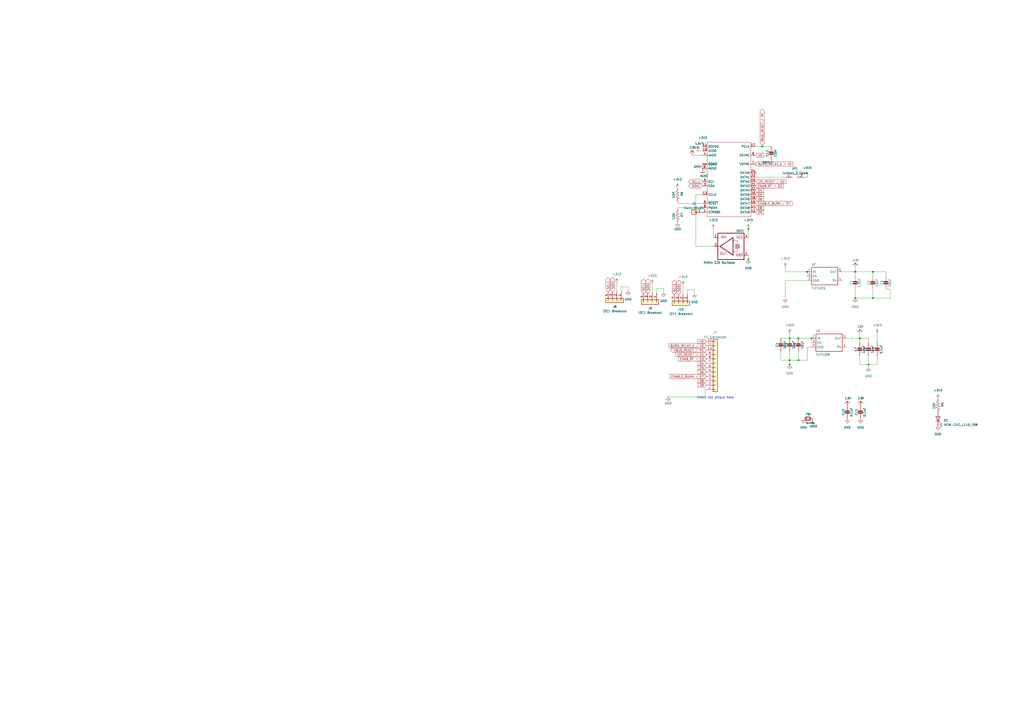
<source format=kicad_sch>
(kicad_sch (version 20230121) (generator eeschema)
  (paper "A2")
  (lib_symbols
    (symbol "Adafruit OV5640 Breakout-eagle-import:1.5V" (power)
      (property "Value" "1.5V" (at -1.524 1.016 0))
      (symbol "1.5V_1_0"
        (polyline (pts (xy -1.27 -1.27) (xy 0 0)) (stroke (width 0.254)))
        (polyline (pts (xy 0 0) (xy 1.27 -1.27)) (stroke (width 0.254)))
        (pin power_in line (at 0 -2.54 90) (length 2.54) (name "1.5V") (number "1"))
      )
    )
    (symbol "Adafruit OV5640 Breakout-eagle-import:2.8V" (power)
      (property "Value" "2.8V" (at -1.524 1.016 0))
      (symbol "2.8V_1_0"
        (polyline (pts (xy -1.27 -1.27) (xy 0 0)) (stroke (width 0.254)))
        (polyline (pts (xy 0 0) (xy 1.27 -1.27)) (stroke (width 0.254)))
        (pin power_in line (at 0 -2.54 90) (length 2.54) (name "2.8V") (number "1"))
      )
    )
    (symbol "Adafruit OV5640 Breakout-eagle-import:AGND" (power)
      (property "Value" "AGND" (at -1.524 -2.54 0))
      (symbol "AGND_1_0"
        (polyline (pts (xy -1.27 0) (xy 1.27 0)) (stroke (width 0.254)))
        (pin power_in line (at 0 2.54 270) (length 2.54) (name "AGND") (number "1"))
      )
    )
    (symbol "Adafruit OV5640 Breakout-eagle-import:CAMERA_OV2640"
      (symbol "CAMERA_OV2640_1_0"
        (polyline (pts (xy -12.7 -20.32) (xy -12.7 22.86)) (stroke (width 0.1524)))
        (polyline (pts (xy -12.7 22.86) (xy 12.7 22.86)) (stroke (width 0.1524)))
        (polyline (pts (xy 12.7 -20.32) (xy -12.7 -20.32)) (stroke (width 0.1524)))
        (polyline (pts (xy 12.7 22.86) (xy 12.7 -20.32)) (stroke (width 0.1524)))
        (pin input line (at -15.24 -17.78 0) (length 2.54) (name "STROBE") (number "1"))
        (pin power_in line (at -15.24 17.78 0) (length 2.54) (name "DVDD") (number "10"))
        (pin power_in line (at -15.24 20.32 0) (length 2.54) (name "DOVDD") (number "11"))
        (pin output line (at 15.24 -17.78 180) (length 2.54) (name "DATA9") (number "12"))
        (pin input line (at -15.24 -7.62 0) (length 2.54) (name "XCLK") (number "13"))
        (pin output line (at 15.24 -15.24 180) (length 2.54) (name "DATA8") (number "14"))
        (pin power_in line (at -15.24 10.16 0) (length 2.54) (name "DGND") (number "15"))
        (pin output line (at 15.24 -12.7 180) (length 2.54) (name "DATA7") (number "16"))
        (pin output line (at 15.24 20.32 180) (length 2.54) (name "PCLK") (number "17"))
        (pin output line (at 15.24 -10.16 180) (length 2.54) (name "DATA6") (number "18"))
        (pin output line (at 15.24 0 180) (length 2.54) (name "DATA2") (number "19"))
        (pin power_in line (at -15.24 7.62 0) (length 2.54) (name "AGND") (number "2"))
        (pin output line (at 15.24 -7.62 180) (length 2.54) (name "DATA5") (number "20"))
        (pin output line (at 15.24 -2.54 180) (length 2.54) (name "DATA3") (number "21"))
        (pin output line (at 15.24 -5.08 180) (length 2.54) (name "DATA4") (number "22"))
        (pin output line (at 15.24 2.54 180) (length 2.54) (name "DATA1") (number "23"))
        (pin output line (at 15.24 5.08 180) (length 2.54) (name "DATA0") (number "24"))
        (pin bidirectional line (at -15.24 -2.54 0) (length 2.54) (name "SDA") (number "3"))
        (pin power_in line (at -15.24 15.24 0) (length 2.54) (name "AVDD") (number "4"))
        (pin bidirectional line (at -15.24 0 0) (length 2.54) (name "SCL") (number "5"))
        (pin input line (at -15.24 -12.7 0) (length 2.54) (name "~{RESET}") (number "6"))
        (pin output line (at 15.24 10.16 180) (length 2.54) (name "VSYNC") (number "7"))
        (pin input line (at -15.24 -15.24 0) (length 2.54) (name "PWDN") (number "8"))
        (pin output line (at 15.24 15.24 180) (length 2.54) (name "HSYNC") (number "9"))
        (pin power_in line (at -15.24 10.16 0) (length 2.54) (name "DGND") (number "SPRT1"))
        (pin power_in line (at -15.24 10.16 0) (length 2.54) (name "DGND") (number "SPRT2"))
      )
    )
    (symbol "Adafruit OV5640 Breakout-eagle-import:CAP_CERAMIC0603_NO"
      (property "Reference" "C" (at -2.29 1.25 90))
      (symbol "CAP_CERAMIC0603_NO_1_0"
        (rectangle (start -1.27 0.508) (end 1.27 1.016) (fill (type outline)))
        (rectangle (start -1.27 1.524) (end 1.27 2.032) (fill (type outline)))
        (polyline (pts (xy 0 0.762) (xy 0 0)) (stroke (width 0.1524)))
        (polyline (pts (xy 0 2.54) (xy 0 1.778)) (stroke (width 0.1524)))
        (pin passive line (at 0 5.08 270) (length 2.54) (name "1") (number "1"))
        (pin passive line (at 0 -2.54 90) (length 2.54) (name "2") (number "2"))
      )
    )
    (symbol "Adafruit OV5640 Breakout-eagle-import:CAP_CERAMIC0805-NOOUTLINE"
      (property "Reference" "C" (at -2.29 1.25 90))
      (symbol "CAP_CERAMIC0805-NOOUTLINE_1_0"
        (rectangle (start -1.27 0.508) (end 1.27 1.016) (fill (type outline)))
        (rectangle (start -1.27 1.524) (end 1.27 2.032) (fill (type outline)))
        (polyline (pts (xy 0 0.762) (xy 0 0)) (stroke (width 0.1524)))
        (polyline (pts (xy 0 2.54) (xy 0 1.778)) (stroke (width 0.1524)))
        (pin passive line (at 0 5.08 270) (length 2.54) (name "1") (number "1"))
        (pin passive line (at 0 -2.54 90) (length 2.54) (name "2") (number "2"))
      )
    )
    (symbol "Adafruit OV5640 Breakout-eagle-import:FERRITE-0603NO"
      (property "Reference" "FB" (at -1.27 1.905 0))
      (symbol "FERRITE-0603NO_1_0"
        (polyline (pts (xy -1.27 -0.9525) (xy -1.27 0.9525)) (stroke (width 0.4064)))
        (polyline (pts (xy -1.27 0.9525) (xy 1.27 0.9525)) (stroke (width 0.4064)))
        (polyline (pts (xy 1.27 -0.9525) (xy -1.27 -0.9525)) (stroke (width 0.4064)))
        (polyline (pts (xy 1.27 0.9525) (xy 1.27 -0.9525)) (stroke (width 0.4064)))
        (pin passive line (at -2.54 0 0) (length 2.54) (name "P$1") (number "1"))
        (pin passive line (at 2.54 0 180) (length 2.54) (name "P$2") (number "2"))
      )
    )
    (symbol "Adafruit OV5640 Breakout-eagle-import:OSCILLATOR3.2X2.5"
      (property "Reference" "OSC" (at -7.62 8.255 0))
      (symbol "OSCILLATOR3.2X2.5_1_0"
        (polyline (pts (xy -7.62 7.62) (xy -7.62 -7.62)) (stroke (width 0.4064)))
        (polyline (pts (xy -7.62 7.62) (xy 7.62 7.62)) (stroke (width 0.4064)))
        (polyline (pts (xy -5.08 -1.016) (xy -3.81 -1.016)) (stroke (width 0.254)))
        (polyline (pts (xy -5.08 1.016) (xy -2.54 1.016)) (stroke (width 0.254)))
        (polyline (pts (xy -4.826 -0.381) (xy -4.826 0.381)) (stroke (width 0.254)))
        (polyline (pts (xy -4.826 -0.381) (xy -2.794 -0.381)) (stroke (width 0.254)))
        (polyline (pts (xy -4.826 0.381) (xy -2.794 0.381)) (stroke (width 0.254)))
        (polyline (pts (xy -3.81 -3.175) (xy -3.81 -1.016)) (stroke (width 0.1524)))
        (polyline (pts (xy -3.81 -3.175) (xy -1.27 -3.175)) (stroke (width 0.1524)))
        (polyline (pts (xy -3.81 -1.016) (xy -2.54 -1.016)) (stroke (width 0.254)))
        (polyline (pts (xy -3.81 1.016) (xy -3.81 3.175)) (stroke (width 0.1524)))
        (polyline (pts (xy -3.81 3.175) (xy -1.27 3.175)) (stroke (width 0.1524)))
        (polyline (pts (xy -2.794 0.381) (xy -2.794 -0.381)) (stroke (width 0.254)))
        (polyline (pts (xy -1.27 -5.08) (xy -1.27 -3.175)) (stroke (width 0.4064)))
        (polyline (pts (xy -1.27 -3.175) (xy -1.27 3.175)) (stroke (width 0.4064)))
        (polyline (pts (xy -1.27 3.175) (xy -1.27 5.08)) (stroke (width 0.4064)))
        (polyline (pts (xy -1.27 5.08) (xy 6.35 0)) (stroke (width 0.4064)))
        (polyline (pts (xy 6.35 0) (xy -1.27 -5.08)) (stroke (width 0.4064)))
        (polyline (pts (xy 6.35 0) (xy 7.62 0)) (stroke (width 0.1524)))
        (polyline (pts (xy 7.62 -7.62) (xy -7.62 -7.62)) (stroke (width 0.4064)))
        (polyline (pts (xy 7.62 -7.62) (xy 7.62 0)) (stroke (width 0.4064)))
        (polyline (pts (xy 7.62 0) (xy 7.62 7.62)) (stroke (width 0.4064)))
        (text "GND" (at -6.985 -5.842 0) (effects (font (size 1.524 1.2954)) (justify left bottom)))
        (text "INH" (at 2.54 4.445 0) (effects (font (size 1.524 1.2954)) (justify left bottom)))
        (text "OUT" (at 2.54 -5.08 0) (effects (font (size 1.524 1.2954)) (justify left bottom)))
        (text "VCC" (at -6.985 4.318 0) (effects (font (size 1.524 1.2954)) (justify left bottom)))
        (pin bidirectional line (at 10.16 5.08 180) (length 2.54) (name "INH") (number "1"))
        (pin power_in line (at -10.16 -5.08 0) (length 2.54) (name "GND") (number "2"))
        (pin output line (at 10.16 0 180) (length 2.54) (name "OUT") (number "3"))
        (pin power_in line (at -10.16 5.08 0) (length 2.54) (name "VCC") (number "4"))
      )
    )
    (symbol "Adafruit OV5640 Breakout-eagle-import:VREG_SOT23-5"
      (property "Reference" "U" (at -7.62 6.096 0))
      (symbol "VREG_SOT23-5_1_0"
        (polyline (pts (xy -7.62 -5.08) (xy -7.62 5.08)) (stroke (width 0.254)))
        (polyline (pts (xy -7.62 5.08) (xy 7.62 5.08)) (stroke (width 0.254)))
        (polyline (pts (xy 7.62 -5.08) (xy -7.62 -5.08)) (stroke (width 0.254)))
        (polyline (pts (xy 7.62 5.08) (xy 7.62 -5.08)) (stroke (width 0.254)))
        (pin power_in line (at -10.16 2.54 0) (length 2.54) (name "IN") (number "1"))
        (pin power_in line (at -10.16 -2.54 0) (length 2.54) (name "GND") (number "2"))
        (pin input line (at -10.16 0 0) (length 2.54) (name "EN") (number "3"))
        (pin bidirectional line (at 10.16 -2.54 180) (length 2.54) (name "P4") (number "4"))
        (pin power_in line (at 10.16 2.54 180) (length 2.54) (name "OUT") (number "5"))
      )
    )
    (symbol "Connector_Generic:Conn_01x01" (pin_names (offset 1.016) hide)
      (property "Reference" "J" (at 0 2.54 0))
      (property "Value" "Conn_01x01" (at 0 -2.54 0))
      (symbol "Conn_01x01_1_1"
        (rectangle (start -1.27 0.127) (end 0 -0.127) (stroke (width 0.1524)))
        (rectangle (start -1.27 1.27) (end 1.27 -1.27) (stroke (width 0.254)) (fill (type background)))
        (pin passive line (at -5.08 0 0) (length 3.81) (name "Pin_1") (number "1"))
      )
    )
    (symbol "Connector_Generic:Conn_01x04" (pin_names (offset 1.016) hide)
      (property "Reference" "J" (at 0 5.08 0))
      (property "Value" "Conn_01x04" (at 0 -7.62 0))
      (symbol "Conn_01x04_1_1"
        (rectangle (start -1.27 -4.953) (end 0 -5.207) (stroke (width 0.1524)))
        (rectangle (start -1.27 -2.413) (end 0 -2.667) (stroke (width 0.1524)))
        (rectangle (start -1.27 0.127) (end 0 -0.127) (stroke (width 0.1524)))
        (rectangle (start -1.27 2.667) (end 0 2.413) (stroke (width 0.1524)))
        (rectangle (start -1.27 3.81) (end 1.27 -6.35) (stroke (width 0.254)) (fill (type background)))
        (pin passive line (at -5.08 2.54 0) (length 3.81) (name "Pin_1") (number "1"))
        (pin passive line (at -5.08 0 0) (length 3.81) (name "Pin_2") (number "2"))
        (pin passive line (at -5.08 -2.54 0) (length 3.81) (name "Pin_3") (number "3"))
        (pin passive line (at -5.08 -5.08 0) (length 3.81) (name "Pin_4") (number "4"))
      )
    )
    (symbol "Connector_Generic:Conn_01x12" (pin_names (offset 1.016) hide)
      (property "Reference" "J" (at 0 15.24 0))
      (property "Value" "Conn_01x12" (at 0 -17.78 0))
      (symbol "Conn_01x12_1_1"
        (rectangle (start -1.27 -15.113) (end 0 -15.367) (stroke (width 0.1524)))
        (rectangle (start -1.27 -12.573) (end 0 -12.827) (stroke (width 0.1524)))
        (rectangle (start -1.27 -10.033) (end 0 -10.287) (stroke (width 0.1524)))
        (rectangle (start -1.27 -7.493) (end 0 -7.747) (stroke (width 0.1524)))
        (rectangle (start -1.27 -4.953) (end 0 -5.207) (stroke (width 0.1524)))
        (rectangle (start -1.27 -2.413) (end 0 -2.667) (stroke (width 0.1524)))
        (rectangle (start -1.27 0.127) (end 0 -0.127) (stroke (width 0.1524)))
        (rectangle (start -1.27 2.667) (end 0 2.413) (stroke (width 0.1524)))
        (rectangle (start -1.27 5.207) (end 0 4.953) (stroke (width 0.1524)))
        (rectangle (start -1.27 7.747) (end 0 7.493) (stroke (width 0.1524)))
        (rectangle (start -1.27 10.287) (end 0 10.033) (stroke (width 0.1524)))
        (rectangle (start -1.27 12.827) (end 0 12.573) (stroke (width 0.1524)))
        (rectangle (start -1.27 13.97) (end 1.27 -16.51) (stroke (width 0.254)) (fill (type background)))
        (pin passive line (at -5.08 12.7 0) (length 3.81) (name "Pin_1") (number "1"))
        (pin passive line (at -5.08 -10.16 0) (length 3.81) (name "Pin_10") (number "10"))
        (pin passive line (at -5.08 -12.7 0) (length 3.81) (name "Pin_11") (number "11"))
        (pin passive line (at -5.08 -15.24 0) (length 3.81) (name "Pin_12") (number "12"))
        (pin passive line (at -5.08 10.16 0) (length 3.81) (name "Pin_2") (number "2"))
        (pin passive line (at -5.08 7.62 0) (length 3.81) (name "Pin_3") (number "3"))
        (pin passive line (at -5.08 5.08 0) (length 3.81) (name "Pin_4") (number "4"))
        (pin passive line (at -5.08 2.54 0) (length 3.81) (name "Pin_5") (number "5"))
        (pin passive line (at -5.08 0 0) (length 3.81) (name "Pin_6") (number "6"))
        (pin passive line (at -5.08 -2.54 0) (length 3.81) (name "Pin_7") (number "7"))
        (pin passive line (at -5.08 -5.08 0) (length 3.81) (name "Pin_8") (number "8"))
        (pin passive line (at -5.08 -7.62 0) (length 3.81) (name "Pin_9") (number "9"))
      )
    )
    (symbol "Device:R_US" (pin_numbers hide) (pin_names (offset 0))
      (property "Reference" "R" (at 2.54 0 90))
      (property "Value" "R_US" (at -2.54 0 90))
      (symbol "R_US_0_1"
        (polyline (pts (xy 0 -2.286) (xy 0 -2.54)))
        (polyline (pts (xy 0 2.286) (xy 0 2.54)))
        (polyline (pts (xy 0 -0.762) (xy 1.016 -1.143) (xy 0 -1.524) (xy -1.016 -1.905) (xy 0 -2.286)))
        (polyline (pts (xy 0 0.762) (xy 1.016 0.381) (xy 0 0) (xy -1.016 -0.381) (xy 0 -0.762)))
        (polyline (pts (xy 0 2.286) (xy 1.016 1.905) (xy 0 1.524) (xy -1.016 1.143) (xy 0 0.762)))
      )
      (symbol "R_US_1_1"
        (pin passive line (at 0 3.81 270) (length 1.27) (name "~") (number "1"))
        (pin passive line (at 0 -3.81 90) (length 1.27) (name "~") (number "2"))
      )
    )
    (symbol "Jumper:Jumper_2_Open" (pin_names (offset 0) hide)
      (property "Reference" "JP" (at 0 2.794 0))
      (property "Value" "Jumper_2_Open" (at 0 -2.286 0))
      (symbol "Jumper_2_Open_0_0"
        (circle (center -2.032 0) (radius 0.508))
        (circle (center 2.032 0) (radius 0.508))
      )
      (symbol "Jumper_2_Open_0_1"
        (arc (start 1.524 1.27) (mid 0 1.778) (end -1.524 1.27))
      )
      (symbol "Jumper_2_Open_1_1"
        (pin passive line (at -5.08 0 0) (length 2.54) (name "A") (number "1"))
        (pin passive line (at 5.08 0 180) (length 2.54) (name "B") (number "2"))
      )
    )
    (symbol "LED:IR26-21C_L110_TR8" (pin_numbers hide) (pin_names (offset 1.016) hide)
      (property "Reference" "D" (at 0 2.54 0))
      (property "Value" "IR26-21C_L110_TR8" (at 0 -3.81 0))
      (symbol "IR26-21C_L110_TR8_0_1"
        (polyline (pts (xy -1.27 -1.27) (xy -1.27 1.27)) (stroke (width 0.254)))
        (polyline (pts (xy -1.27 0) (xy 1.27 0)))
        (polyline (pts (xy 1.27 -1.27) (xy 1.27 1.27) (xy -1.27 0) (xy 1.27 -1.27)) (stroke (width 0.254)))
        (polyline (pts (xy -3.048 -0.762) (xy -4.572 -2.286) (xy -3.81 -2.286) (xy -4.572 -2.286) (xy -4.572 -1.524)))
        (polyline (pts (xy -1.778 -0.762) (xy -3.302 -2.286) (xy -2.54 -2.286) (xy -3.302 -2.286) (xy -3.302 -1.524)))
      )
      (symbol "IR26-21C_L110_TR8_1_1"
        (pin passive line (at -3.81 0 0) (length 2.54) (name "K") (number "1"))
        (pin passive line (at 3.81 0 180) (length 2.54) (name "A") (number "2"))
      )
    )
    (symbol "power:+3V3" (power) (pin_names (offset 0))
      (property "Value" "+3V3" (at 0 3.556 0))
      (symbol "+3V3_0_1"
        (polyline (pts (xy -0.762 1.27) (xy 0 2.54)))
        (polyline (pts (xy 0 0) (xy 0 2.54)))
        (polyline (pts (xy 0 2.54) (xy 0.762 1.27)))
      )
      (symbol "+3V3_1_1"
        (pin power_in line (at 0 0 90) (length 0) hide (name "+3V3") (number "1"))
      )
    )
    (symbol "power:GND" (power) (pin_names (offset 0))
      (property "Value" "GND" (at 0 -3.81 0))
      (symbol "GND_0_1"
        (polyline (pts (xy 0 0) (xy 0 -1.27) (xy 1.27 -1.27) (xy 0 -2.54) (xy -1.27 -1.27) (xy 0 -1.27)))
      )
      (symbol "GND_1_1"
        (pin power_in line (at 0 0 270) (length 0) hide (name "GND") (number "1"))
      )
    )
  )
  (junction (at 506.3236 157.6578))
  (junction (at 470.7636 196.2404))
  (junction (at 463.1436 196.2404))
  (junction (at 434.1368 132.7658))
  (junction (at 458.0636 208.9404))
  (junction (at 503.7836 211.4804))
  (junction (at 434.1368 150.4696))
  (junction (at 458.0636 211.455))
  (junction (at 463.1436 208.9404))
  (junction (at 458.0636 196.2404))
  (junction (at 468.2236 157.6578))
  (junction (at 498.7036 196.2404))
  (junction (at 496.1636 172.8978))
  (junction (at 506.3236 172.8978))
  (junction (at 442.1632 84.963))
  (junction (at 496.1636 157.6578))
  (no_connect (at 438.1246 100.2284))
  (wire (pts (xy 498.7036 211.4804) (xy 503.7836 211.4804)) (stroke (width 0.1524)))
  (wire (pts (xy 463.1436 208.9404) (xy 458.0636 208.9404)) (stroke (width 0.1524)))
  (wire (pts (xy 413.8168 142.9004) (xy 403.6822 142.9004)))
  (wire (pts (xy 513.9436 160.1978) (xy 513.9436 157.6578)) (stroke (width 0.1524)))
  (wire (pts (xy 496.1636 157.6578) (xy 496.1636 155.1178)) (stroke (width 0.1524)))
  (wire (pts (xy 503.7836 196.2404) (xy 498.7036 196.2404)) (stroke (width 0.1524)))
  (wire (pts (xy 458.0636 208.9404) (xy 458.0636 211.455)) (stroke (width 0.1524)))
  (wire (pts (xy 468.1982 102.4636) (xy 468.1982 102.7684)))
  (wire (pts (xy 516.4836 172.8978) (xy 516.4836 167.8178)) (stroke (width 0.1524)))
  (wire (pts (xy 447.4464 84.9884) (xy 442.1632 84.963)))
  (wire (pts (xy 438.1246 102.7684) (xy 455.9808 102.7684)))
  (wire (pts (xy 506.3236 172.8978) (xy 506.3236 167.8178)) (stroke (width 0.1524)))
  (wire (pts (xy 455.5236 155.1178) (xy 455.5236 157.6578)) (stroke (width 0.1524)))
  (wire (pts (xy 468.1982 102.7684) (xy 466.1408 102.7684)))
  (wire (pts (xy 396.24 165.7096) (xy 396.24 170.7896)))
  (wire (pts (xy 458.0636 193.7004) (xy 458.0636 196.2404)) (stroke (width 0.1524)))
  (wire (pts (xy 470.7636 196.2404) (xy 463.1436 196.2404)) (stroke (width 0.1524)))
  (wire (pts (xy 508.8636 206.4004) (xy 508.8636 211.4804)) (stroke (width 0.1524)))
  (wire (pts (xy 458.0636 208.9404) (xy 458.0636 203.8604)) (stroke (width 0.1524)))
  (wire (pts (xy 393.065 120.5484) (xy 407.6446 120.5484)))
  (wire (pts (xy 408.9908 230.0986) (xy 408.9908 225.9838)))
  (wire (pts (xy 378.333 165.0492) (xy 378.333 170.1292)))
  (wire (pts (xy 496.1636 157.6578) (xy 496.1636 160.1978)) (stroke (width 0.1524)))
  (wire (pts (xy 503.7836 211.4804) (xy 508.8636 211.4804)) (stroke (width 0.1524)))
  (wire (pts (xy 408.9908 225.9838) (xy 409.8036 225.9838)))
  (wire (pts (xy 463.1436 203.8604) (xy 463.1436 208.9404)) (stroke (width 0.1524)))
  (wire (pts (xy 403.6822 142.9004) (xy 403.6822 112.9284)))
  (wire (pts (xy 434.1368 132.7658) (xy 434.1368 132.7404)) (stroke (width 0.1524)))
  (wire (pts (xy 508.8636 193.7004) (xy 508.8636 198.7804)) (stroke (width 0.1524)))
  (wire (pts (xy 401.4724 89.7382) (xy 401.4724 90.0684)))
  (wire (pts (xy 458.0636 208.9404) (xy 452.9836 208.9404)) (stroke (width 0.1524)))
  (wire (pts (xy 496.1636 172.8978) (xy 506.3236 172.8978)) (stroke (width 0.1524)))
  (wire (pts (xy 498.7036 196.2404) (xy 498.7036 193.7004)) (stroke (width 0.1524)))
  (wire (pts (xy 463.1436 196.2404) (xy 458.0636 196.2404)) (stroke (width 0.1524)))
  (wire (pts (xy 498.7036 196.2404) (xy 498.7036 198.7804)) (stroke (width 0.1524)))
  (wire (pts (xy 442.1632 84.963) (xy 438.1246 84.9884)))
  (wire (pts (xy 503.7836 198.7804) (xy 503.7836 196.2404)) (stroke (width 0.1524)))
  (wire (pts (xy 468.2236 201.3204) (xy 468.2236 208.9404)) (stroke (width 0.1524)))
  (wire (pts (xy 364.4138 166.4208) (xy 364.4138 168.5798)))
  (wire (pts (xy 491.0836 196.2404) (xy 498.7036 196.2404)) (stroke (width 0.1524)))
  (wire (pts (xy 455.5236 162.7378) (xy 455.5236 172.8978)) (stroke (width 0.1524)))
  (wire (pts (xy 506.3236 172.8978) (xy 516.4836 172.8978)) (stroke (width 0.1524)))
  (wire (pts (xy 380.873 170.1292) (xy 380.873 167.3352)))
  (wire (pts (xy 434.1368 150.4696) (xy 434.1368 150.5204)) (stroke (width 0.1524)))
  (wire (pts (xy 470.7636 201.3204) (xy 468.2236 201.3204)) (stroke (width 0.1524)))
  (wire (pts (xy 458.0636 196.2404) (xy 452.9836 196.2404)) (stroke (width 0.1524)))
  (wire (pts (xy 498.7036 206.4004) (xy 498.7036 211.4804)) (stroke (width 0.1524)))
  (wire (pts (xy 407.6446 90.0684) (xy 401.4724 90.0684)))
  (wire (pts (xy 468.2236 157.6578) (xy 455.5236 157.6578)) (stroke (width 0.1524)))
  (wire (pts (xy 468.2236 160.1978) (xy 468.2236 157.6578)) (stroke (width 0.1524)))
  (wire (pts (xy 403.6822 112.9284) (xy 407.6446 112.9284)))
  (wire (pts (xy 360.3498 169.2148) (xy 360.3498 166.4208)))
  (wire (pts (xy 452.9836 208.9404) (xy 452.9836 203.8604)) (stroke (width 0.1524)))
  (wire (pts (xy 506.3236 157.6578) (xy 496.1636 157.6578)) (stroke (width 0.1524)))
  (wire (pts (xy 496.1636 167.8178) (xy 496.1636 172.8978)) (stroke (width 0.1524)))
  (wire (pts (xy 506.3236 160.1978) (xy 506.3236 157.6578)) (stroke (width 0.1524)))
  (wire (pts (xy 404.6728 87.5284) (xy 407.6446 87.5284)))
  (wire (pts (xy 398.78 170.7896) (xy 398.78 167.9956)))
  (wire (pts (xy 357.8098 164.1348) (xy 357.8098 169.2148)))
  (wire (pts (xy 470.7636 198.7804) (xy 470.7636 196.2404)) (stroke (width 0.1524)))
  (wire (pts (xy 468.2236 208.9404) (xy 463.1436 208.9404)) (stroke (width 0.1524)))
  (wire (pts (xy 488.5436 157.6578) (xy 496.1636 157.6578)) (stroke (width 0.1524)))
  (wire (pts (xy 407.6446 118.0084) (xy 392.9888 118.0084)))
  (wire (pts (xy 393.065 121.3866) (xy 393.065 120.5484)))
  (wire (pts (xy 513.9436 157.6578) (xy 506.3236 157.6578)) (stroke (width 0.1524)))
  (wire (pts (xy 387.6548 230.0986) (xy 408.9908 230.0986)))
  (wire (pts (xy 398.78 167.9956) (xy 402.844 167.9956)))
  (wire (pts (xy 384.937 167.3352) (xy 384.937 169.4942)))
  (wire (pts (xy 380.873 167.3352) (xy 384.937 167.3352)))
  (wire (pts (xy 516.4836 167.8178) (xy 513.9436 167.8178)) (stroke (width 0.1524)))
  (wire (pts (xy 402.844 167.9956) (xy 402.844 170.1546)))
  (wire (pts (xy 392.9888 118.0084) (xy 392.9888 116.7892)))
  (wire (pts (xy 442.1632 84.201) (xy 442.1632 84.963)))
  (wire (pts (xy 360.3498 166.4208) (xy 364.4138 166.4208)))
  (wire (pts (xy 434.1368 137.8204) (xy 434.1368 132.7658)) (stroke (width 0.1524)))
  (wire (pts (xy 468.2236 162.7378) (xy 455.5236 162.7378)) (stroke (width 0.1524)))
  (wire (pts (xy 434.1368 147.9804) (xy 434.1368 150.4696)) (stroke (width 0.1524)))
  (wire (pts (xy 503.7836 213.0552) (xy 503.7836 211.4804)))
  (wire (pts (xy 503.7836 211.4804) (xy 503.7836 206.4004)) (stroke (width 0.1524)))
  (wire (pts (xy 413.8168 132.7404) (xy 413.8168 137.8204)) (stroke (width 0.1524)))
  (wire (pts (xy 458.0636 211.455) (xy 458.0636 211.4804)) (stroke (width 0.1524)))
  (wire (pts (xy 447.4464 85.0392) (xy 447.4464 84.9884)))
  (text "check the pinout here\n" (at 404.2156 231.4448 0) (effects (font (size 1.27 1.27)) (justify left bottom)))
  (global_label "VBUS_RESET {slash} PC" (shape bidirectional) (at 442.1632 84.201 90) (property "Intersheetrefs" "${INTERSHEET_REFS}" (effects hide)))
  (global_label "D9" (shape input) (at 409.8036 223.4438 180) (property "Intersheetrefs" "${INTERSHEET_REFS}" (effects hide)))
  (global_label "D8" (shape input) (at 438.1246 120.5484 0) (property "Intersheetrefs" "${INTERSHEET_REFS}" (effects hide)))
  (global_label "ENAB_RF {slash} D3" (shape input) (at 409.8036 208.2038 180) (property "Intersheetrefs" "${INTERSHEET_REFS}" (effects hide)))
  (global_label "ENABLE_BURN {slash} D7" (shape input) (at 438.1246 118.0084 0) (property "Intersheetrefs" "${INTERSHEET_REFS}" (effects hide)))
  (global_label "HS" (shape input) (at 438.1246 90.0684 0) (property "Intersheetrefs" "${INTERSHEET_REFS}" (effects hide)))
  (global_label "D4" (shape input) (at 409.8036 210.7438 180) (property "Intersheetrefs" "${INTERSHEET_REFS}" (effects hide)))
  (global_label "SCL1" (shape bidirectional) (at 391.16 170.7896 90) (property "Intersheetrefs" "${INTERSHEET_REFS}" (effects hide)))
  (global_label "SDA1" (shape bidirectional) (at 393.7 170.7896 90) (property "Intersheetrefs" "${INTERSHEET_REFS}" (effects hide)))
  (global_label "I2C_RESET {slash} D2" (shape input) (at 438.1246 105.3084 0) (property "Intersheetrefs" "${INTERSHEET_REFS}" (effects hide)))
  (global_label "D5" (shape input) (at 438.1246 112.9284 0) (property "Intersheetrefs" "${INTERSHEET_REFS}" (effects hide)))
  (global_label "I2C_RESET {slash} D2" (shape input) (at 409.8036 205.6638 180) (property "Intersheetrefs" "${INTERSHEET_REFS}" (effects hide)))
  (global_label "SCL1" (shape bidirectional) (at 407.6446 105.3084 180) (property "Intersheetrefs" "${INTERSHEET_REFS}" (effects hide)))
  (global_label "D4" (shape input) (at 438.1246 110.3884 0) (property "Intersheetrefs" "${INTERSHEET_REFS}" (effects hide)))
  (global_label "HS" (shape input) (at 409.8036 198.0438 180) (property "Intersheetrefs" "${INTERSHEET_REFS}" (effects hide)))
  (global_label "SCL1" (shape bidirectional) (at 373.253 170.1292 90) (property "Intersheetrefs" "${INTERSHEET_REFS}" (effects hide)))
  (global_label "ENABLE_BURN {slash} D7" (shape input) (at 409.8036 218.3638 180) (property "Intersheetrefs" "${INTERSHEET_REFS}" (effects hide)))
  (global_label "D6" (shape input) (at 409.8036 215.8238 180) (property "Intersheetrefs" "${INTERSHEET_REFS}" (effects hide)))
  (global_label "SDA1" (shape bidirectional) (at 407.6446 107.8484 180) (property "Intersheetrefs" "${INTERSHEET_REFS}" (effects hide)))
  (global_label "D6" (shape input) (at 438.1246 115.4684 0) (property "Intersheetrefs" "${INTERSHEET_REFS}" (effects hide)))
  (global_label "BURN_RELAY_A {slash} VS" (shape input) (at 409.8036 200.5838 180) (property "Intersheetrefs" "${INTERSHEET_REFS}" (effects hide)))
  (global_label "SDA1" (shape bidirectional) (at 375.793 170.1292 90) (property "Intersheetrefs" "${INTERSHEET_REFS}" (effects hide)))
  (global_label "SCL1" (shape bidirectional) (at 352.7298 169.2148 90) (property "Intersheetrefs" "${INTERSHEET_REFS}" (effects hide)))
  (global_label "D8" (shape input) (at 409.8036 220.9038 180) (property "Intersheetrefs" "${INTERSHEET_REFS}" (effects hide)))
  (global_label "D5" (shape input) (at 409.8036 213.2838 180) (property "Intersheetrefs" "${INTERSHEET_REFS}" (effects hide)))
  (global_label "ENAB_RF {slash} D3" (shape input) (at 438.1246 107.8484 0) (property "Intersheetrefs" "${INTERSHEET_REFS}" (effects hide)))
  (global_label "VBUS_RESET {slash} PC" (shape bidirectional) (at 409.8036 203.1238 180) (property "Intersheetrefs" "${INTERSHEET_REFS}" (effects hide)))
  (global_label "SDA1" (shape bidirectional) (at 355.2698 169.2148 90) (property "Intersheetrefs" "${INTERSHEET_REFS}" (effects hide)))
  (global_label "D9" (shape input) (at 438.1246 123.0884 0) (property "Intersheetrefs" "${INTERSHEET_REFS}" (effects hide)))
  (global_label "BURN_RELAY_A {slash} VS" (shape input) (at 438.1246 95.1484 0) (property "Intersheetrefs" "${INTERSHEET_REFS}" (effects hide)))
  (symbol (lib_id "Adafruit OV5640 Breakout-eagle-import:CAP_CERAMIC0603_NO") (at 491.5662 240.3348 0) (unit 1)
    (property "Reference" "C10" (at 489.2762 239.0848 90))
    (property "Value" "0.1uF" (at 493.8662 239.0848 90))
    (property "Footprint" "Capacitor_SMD:C_0603_1608Metric_Pad1.08x0.95mm_HandSolder" (effects hide))
  )
  (symbol (lib_id "power:+3V3") (at 434.1368 132.7658 0) (unit 1)
    (property "Reference" "#PWR029" (effects hide))
    (property "Value" "+3V3" (at 434.1368 127.6858 0))
  )
  (symbol (lib_id "Jumper:Jumper_2_Open") (at 461.0608 102.7684 0) (unit 1)
    (property "Reference" "JP1" (at 461.0608 97.79 0))
    (property "Value" "Jumper_2_Open" (at 461.0608 100.33 0))
    (property "Footprint" "Jumper:SolderJumper-2_P1.3mm_Open_RoundedPad1.0x1.5mm" (effects hide))
  )
  (symbol (lib_id "power:GND") (at 393.065 129.0066 0) (unit 1)
    (property "Reference" "#PWR042" (effects hide))
    (property "Value" "GND" (at 393.065 132.8674 0))
  )
  (symbol (lib_id "power:GND") (at 447.4464 92.6592 0) (unit 1)
    (property "Reference" "#PWR044" (effects hide))
    (property "Value" "GND" (at 444.1698 94.1578 0))
  )
  (symbol (lib_id "power:GND") (at 387.6548 230.0986 0) (unit 1)
    (property "Reference" "#PWR021" (effects hide))
    (property "Value" "GND" (at 387.6548 233.9086 0))
  )
  (symbol (lib_id "Adafruit OV5640 Breakout-eagle-import:2.8V") (at 401.4724 87.1982 0) (unit 1)
    (property "Reference" "#U$04" (effects hide))
    (property "Value" "2.8V" (at 399.9484 86.1822 0) (effects (font (size 1.27 1.0795)) (justify left bottom)))
  )
  (symbol (lib_id "Adafruit OV5640 Breakout-eagle-import:VREG_SOT23-5") (at 478.3836 160.1978 0) (unit 1)
    (property "Reference" "U2" (at 470.7636 154.1018 0) (effects (font (size 1.27 1.0795)) (justify left bottom)))
    (property "Value" "TLV74315" (at 470.7636 167.8178 0) (effects (font (size 1.27 1.0795)) (justify left bottom)))
    (property "Footprint" "Package_TO_SOT_SMD:SOT-23-5_HandSoldering" (effects hide))
    (property "JLC_ROTATION" "0" (effects hide))
  )
  (symbol (lib_id "Connector_Generic:Conn_01x12") (at 414.8836 213.2838 0) (mirror x) (unit 1)
    (property "Reference" "J7" (at 414.8836 193.04 0))
    (property "Value" "FC Connector" (at 414.8836 195.58 0))
    (property "Footprint" "Connector_Molex:Molex_Pico-Lock_504050-1291_1x12-1MP_P1.50mm_Horizontal" (effects hide))
  )
  (symbol (lib_id "power:GND") (at 384.937 169.4942 0) (unit 1)
    (property "Reference" "#PWR039" (effects hide))
    (property "Value" "GND" (at 384.937 174.5742 0))
  )
  (symbol (lib_id "LED:IR26-21C_L110_TR8") (at 544.1188 242.951 90) (unit 1)
    (property "Reference" "D1" (at 547.37 243.9035 90) (effects (justify right)))
    (property "Value" "IR26-21C_L110_TR8" (at 547.37 246.4435 90) (effects (justify right)))
    (property "Footprint" "LED_SMD:LED_0603_1608Metric_Pad1.05x0.95mm_HandSolder" (effects hide))
    (property "Datasheet" "http://www.everlight.com/file/ProductFile/IR26-21C-L110-TR8.pdf" (effects hide))
  )
  (symbol (lib_id "power:GND") (at 407.6446 95.1484 0) (unit 1)
    (property "Reference" "#PWR035" (effects hide))
    (property "Value" "GND" (at 404.368 96.647 0))
  )
  (symbol (lib_id "power:GND") (at 503.7836 213.0552 0) (unit 1)
    (property "Reference" "#PWR034" (effects hide))
    (property "Value" "GND" (at 503.7836 218.1352 0))
  )
  (symbol (lib_id "Adafruit OV5640 Breakout-eagle-import:1.5V") (at 496.1636 152.5778 0) (unit 1)
    (property "Reference" "#U$03" (effects hide))
    (property "Value" "1.5V" (at 494.6396 151.5618 0) (effects (font (size 1.27 1.0795)) (justify left bottom)))
  )
  (symbol (lib_id "Adafruit OV5640 Breakout-eagle-import:AGND") (at 407.6446 100.2284 0) (unit 1)
    (property "Reference" "#U$01" (effects hide))
    (property "Value" "AGND" (at 406.1206 102.7684 0) (effects (font (size 1.27 1.0795)) (justify left bottom)))
  )
  (symbol (lib_id "power:+3V3") (at 396.24 165.7096 0) (unit 1)
    (property "Reference" "#PWR040" (effects hide))
    (property "Value" "+3V3" (at 396.24 160.6296 0))
  )
  (symbol (lib_id "power:GND") (at 455.5236 172.8978 0) (unit 1)
    (property "Reference" "#PWR031" (effects hide))
    (property "Value" "GND" (at 455.5236 177.9778 0))
  )
  (symbol (lib_id "power:+3V3") (at 468.1982 102.4636 0) (unit 1)
    (property "Reference" "#PWR01" (effects hide))
    (property "Value" "+3V3" (at 468.1982 97.3836 0))
  )
  (symbol (lib_id "Adafruit OV5640 Breakout-eagle-import:2.8V") (at 498.7036 191.1604 0) (unit 1)
    (property "Reference" "#U$07" (effects hide))
    (property "Value" "2.8V" (at 497.1796 190.1444 0) (effects (font (size 1.27 1.0795)) (justify left bottom)))
  )
  (symbol (lib_id "Adafruit OV5640 Breakout-eagle-import:FERRITE-0603NO") (at 468.7062 242.8748 0) (unit 1)
    (property "Reference" "FB1" (at 467.4362 240.9698 0) (effects (font (size 1.27 1.0795)) (justify left bottom)))
    (property "Value" "ferrite" (at 467.4362 246.0498 0) (effects (font (size 1.27 1.0795)) (justify left bottom)))
    (property "Footprint" "Resistor_SMD:R_0603_1608Metric_Pad0.98x0.95mm_HandSolder" (effects hide))
  )
  (symbol (lib_id "Adafruit OV5640 Breakout-eagle-import:CAP_CERAMIC0603_NO") (at 499.1862 240.3348 0) (unit 1)
    (property "Reference" "C11" (at 496.8962 239.0848 90))
    (property "Value" "0.1uF" (at 501.4862 239.0848 90))
    (property "Footprint" "Capacitor_SMD:C_0603_1608Metric_Pad1.08x0.95mm_HandSolder" (effects hide))
  )
  (symbol (lib_id "power:+3V3") (at 508.8636 193.7004 0) (unit 1)
    (property "Reference" "#PWR025" (effects hide))
    (property "Value" "+3V3" (at 508.8636 188.6204 0))
  )
  (symbol (lib_id "Adafruit OV5640 Breakout-eagle-import:1.5V") (at 404.6728 84.9884 0) (unit 1)
    (property "Reference" "#U$02" (effects hide))
    (property "Value" "1.5V" (at 403.1488 83.9724 0) (effects (font (size 1.27 1.0795)) (justify left bottom)))
  )
  (symbol (lib_id "power:+3V3") (at 357.8098 164.1348 0) (unit 1)
    (property "Reference" "#PWR036" (effects hide))
    (property "Value" "+3V3" (at 357.8098 159.0548 0))
  )
  (symbol (lib_id "power:GND") (at 491.5662 242.8748 0) (unit 1)
    (property "Reference" "#PWR022" (effects hide))
    (property "Value" "GND" (at 491.5662 247.9548 0))
  )
  (symbol (lib_id "power:+3V3") (at 544.1188 231.521 0) (unit 1)
    (property "Reference" "#PWR018" (effects hide))
    (property "Value" "+3V3" (at 544.1188 226.441 0))
  )
  (symbol (lib_id "Adafruit OV5640 Breakout-eagle-import:CAP_CERAMIC0603_NO") (at 496.1636 165.2778 0) (unit 1)
    (property "Reference" "C1" (at 493.8736 164.0278 90))
    (property "Value" "1.0uF" (at 498.4636 164.0278 90))
    (property "Footprint" "Capacitor_SMD:C_0603_1608Metric_Pad1.08x0.95mm_HandSolder" (effects hide))
  )
  (symbol (lib_id "power:+3V3") (at 407.6446 84.9884 0) (unit 1)
    (property "Reference" "#PWR043" (effects hide))
    (property "Value" "+3V3" (at 407.6446 79.9084 0))
  )
  (symbol (lib_id "power:+3V3") (at 413.8168 132.7404 0) (unit 1)
    (property "Reference" "#PWR028" (effects hide))
    (property "Value" "+3V3" (at 413.8168 127.6604 0))
  )
  (symbol (lib_id "power:GND") (at 496.1636 172.8978 0) (unit 1)
    (property "Reference" "#PWR032" (effects hide))
    (property "Value" "GND" (at 496.1636 177.9778 0))
  )
  (symbol (lib_id "Connector_Generic:Conn_01x01") (at 402.5646 123.0884 180) (unit 1)
    (property "Reference" "J1" (at 402.5646 118.11 0))
    (property "Value" "Conn_01x01" (at 402.5646 120.65 0))
    (property "Footprint" "TestPoint:TestPoint_Pad_D1.5mm" (effects hide))
  )
  (symbol (lib_id "power:+3V3") (at 455.5236 155.1178 0) (unit 1)
    (property "Reference" "#PWR027" (effects hide))
    (property "Value" "+3V3" (at 455.5236 150.0378 0))
  )
  (symbol (lib_id "power:GND") (at 434.1368 150.4696 0) (unit 1)
    (property "Reference" "#PWR024" (effects hide))
    (property "Value" "GND" (at 434.1368 155.5496 0))
  )
  (symbol (lib_id "power:+3V3") (at 378.333 165.0492 0) (unit 1)
    (property "Reference" "#PWR038" (effects hide))
    (property "Value" "+3V3" (at 378.333 159.9692 0))
  )
  (symbol (lib_id "power:GND") (at 364.4138 168.5798 0) (unit 1)
    (property "Reference" "#PWR037" (effects hide))
    (property "Value" "GND" (at 364.4138 173.6598 0))
  )
  (symbol (lib_id "Device:R_US") (at 544.1188 235.331 0) (mirror y) (unit 1)
    (property "Reference" "R5" (at 546.6588 233.426 90) (effects (justify right)))
    (property "Value" "10K" (at 541.8328 233.426 90) (effects (justify right)))
    (property "Footprint" "Resistor_SMD:R_0603_1608Metric" (effects hide))
    (property "Description" "100K 0603" (effects hide))
  )
  (symbol (lib_id "Connector_Generic:Conn_01x04") (at 357.8098 174.2948 270) (unit 1)
    (property "Reference" "J8" (at 356.5398 177.927 90))
    (property "Value" "I2C1 Breakout" (at 356.5398 180.467 90))
    (property "Footprint" "Connector_JST:JST_SH_BM04B-SRSS-TB_1x04-1MP_P1.00mm_Vertical" (effects hide))
  )
  (symbol (lib_id "Adafruit OV5640 Breakout-eagle-import:OSCILLATOR3.2X2.5") (at 423.9768 142.9004 0) (mirror y) (unit 1)
    (property "Reference" "OSC1" (at 431.5968 134.6454 0) (effects (font (size 1.27 1.0795)) (justify left bottom)))
    (property "Value" "24MHz 3.3V Oscillator" (at 426.5168 153.0604 0) (effects (font (size 1.27 1.0795)) (justify left bottom)))
    (property "Footprint" "Oscillator:Oscillator_SMD_SeikoEpson_SG8002CE-4Pin_3.2x2.5mm_HandSoldering" (effects hide))
  )
  (symbol (lib_id "Connector_Generic:Conn_01x04") (at 378.333 175.2092 270) (unit 1)
    (property "Reference" "J9" (at 377.063 178.8414 90))
    (property "Value" "I2C1 Breakout" (at 377.063 181.3814 90))
    (property "Footprint" "Connector_JST:JST_SH_BM04B-SRSS-TB_1x04-1MP_P1.00mm_Vertical" (effects hide))
  )
  (symbol (lib_id "power:GND") (at 466.1662 242.8748 0) (unit 1)
    (property "Reference" "#PWR023" (effects hide))
    (property "Value" "GND" (at 466.1662 247.9548 0))
  )
  (symbol (lib_id "Connector_Generic:Conn_01x04") (at 396.24 175.8696 270) (unit 1)
    (property "Reference" "J10" (at 394.97 179.5018 90))
    (property "Value" "I2C1 Breakout" (at 394.97 182.0418 90))
    (property "Footprint" "Connector_PinHeader_2.54mm:PinHeader_1x04_P2.54mm_Vertical" (effects hide))
  )
  (symbol (lib_id "Device:R_US") (at 392.9888 112.9792 0) (mirror y) (unit 1)
    (property "Reference" "R6" (at 395.5288 111.0742 90) (effects (justify right)))
    (property "Value" "10K" (at 390.7028 111.0742 90) (effects (justify right)))
    (property "Footprint" "Resistor_SMD:R_0603_1608Metric" (effects hide))
    (property "Description" "100K 0603" (effects hide))
  )
  (symbol (lib_id "power:+3V3") (at 458.0636 193.7004 0) (unit 1)
    (property "Reference" "#PWR026" (effects hide))
    (property "Value" "+3V3" (at 458.0636 188.6204 0))
  )
  (symbol (lib_id "power:GND") (at 458.0636 211.455 0) (unit 1)
    (property "Reference" "#PWR033" (effects hide))
    (property "Value" "GND" (at 458.0636 216.535 0))
  )
  (symbol (lib_id "Adafruit OV5640 Breakout-eagle-import:CAP_CERAMIC0603_NO") (at 447.4464 90.1192 0) (unit 1)
    (property "Reference" "C12" (at 445.1564 88.8692 90))
    (property "Value" "22pF" (at 449.7464 88.8692 90))
    (property "Footprint" "Capacitor_SMD:C_0603_1608Metric_Pad1.08x0.95mm_HandSolder" (effects hide))
  )
  (symbol (lib_id "Adafruit OV5640 Breakout-eagle-import:CAP_CERAMIC0603_NO") (at 508.8636 203.8604 0) (unit 1)
    (property "Reference" "C9" (at 506.5736 202.6104 90))
    (property "Value" "0.1uF" (at 511.1636 202.6104 90))
    (property "Footprint" "Capacitor_SMD:C_0603_1608Metric_Pad1.08x0.95mm_HandSolder" (effects hide))
  )
  (symbol (lib_id "Adafruit OV5640 Breakout-eagle-import:CAP_CERAMIC0805-NOOUTLINE") (at 506.3236 165.2778 0) (unit 1)
    (property "Reference" "C2" (at 504.0336 164.0278 90))
    (property "Value" "10uF" (at 508.6236 164.0278 90))
    (property "Footprint" "Capacitor_SMD:C_0805_2012Metric_Pad1.18x1.45mm_HandSolder" (effects hide))
  )
  (symbol (lib_id "Device:R_US") (at 393.065 125.1966 0) (mirror y) (unit 1)
    (property "Reference" "R7" (at 395.605 123.2916 90) (effects (justify right)))
    (property "Value" "10K" (at 390.779 123.2916 90) (effects (justify right)))
    (property "Footprint" "Resistor_SMD:R_0603_1608Metric" (effects hide))
    (property "Description" "100K 0603" (effects hide))
  )
  (symbol (lib_id "Adafruit OV5640 Breakout-eagle-import:CAMERA_OV2640") (at 422.8846 105.3084 0) (unit 1)
    (property "Reference" "X1" (effects hide))
    (property "Value" "CAMERA_OV2640" (effects hide))
    (property "Footprint" "Connector_FFC-FPC:Molex_502244-2430_1x24-1MP_P0.5mm_Horizontal" (effects hide))
  )
  (symbol (lib_id "Adafruit OV5640 Breakout-eagle-import:AGND") (at 471.2462 245.4148 0) (unit 1)
    (property "Reference" "#U$014" (effects hide))
    (property "Value" "AGND" (at 469.7222 247.9548 0) (effects (font (size 1.27 1.0795)) (justify left bottom)))
  )
  (symbol (lib_id "Adafruit OV5640 Breakout-eagle-import:CAP_CERAMIC0805-NOOUTLINE") (at 498.7036 203.8604 0) (unit 1)
    (property "Reference" "C7" (at 496.4136 202.6104 90))
    (property "Value" "10uF" (at 501.0036 202.6104 90))
    (property "Footprint" "Capacitor_SMD:C_0805_2012Metric_Pad1.18x1.45mm_HandSolder" (effects hide))
  )
  (symbol (lib_id "power:GND") (at 402.844 170.1546 0) (unit 1)
    (property "Reference" "#PWR041" (effects hide))
    (property "Value" "GND" (at 402.844 175.2346 0))
  )
  (symbol (lib_id "Adafruit OV5640 Breakout-eagle-import:CAP_CERAMIC0805-NOOUTLINE") (at 513.9436 165.2778 0) (unit 1)
    (property "Reference" "C3" (at 511.6536 164.0278 90))
    (property "Value" "10uF" (at 516.2436 164.0278 90))
    (property "Footprint" "Capacitor_SMD:C_0805_2012Metric_Pad1.18x1.45mm_HandSolder" (effects hide))
  )
  (symbol (lib_id "Adafruit OV5640 Breakout-eagle-import:CAP_CERAMIC0805-NOOUTLINE") (at 452.9836 201.3204 0) (unit 1)
    (property "Reference" "C4" (at 450.6936 200.0704 90))
    (property "Value" "10uF" (at 455.2836 200.0704 90))
    (property "Footprint" "Capacitor_SMD:C_0805_2012Metric_Pad1.18x1.45mm_HandSolder" (effects hide))
  )
  (symbol (lib_id "Adafruit OV5640 Breakout-eagle-import:1.5V") (at 491.5662 232.7148 0) (unit 1)
    (property "Reference" "#U$015" (effects hide))
    (property "Value" "1.5V" (at 490.0422 231.6988 0) (effects (font (size 1.27 1.0795)) (justify left bottom)))
  )
  (symbol (lib_id "Adafruit OV5640 Breakout-eagle-import:2.8V") (at 499.1862 232.7148 0) (unit 1)
    (property "Reference" "#U$017" (effects hide))
    (property "Value" "2.8V" (at 497.6622 231.6988 0) (effects (font (size 1.27 1.0795)) (justify left bottom)))
  )
  (symbol (lib_id "power:GND") (at 544.1188 246.761 0) (unit 1)
    (property "Reference" "#PWR019" (effects hide))
    (property "Value" "GND" (at 544.1188 251.841 0))
  )
  (symbol (lib_id "power:+3V3") (at 392.9888 109.1692 0) (unit 1)
    (property "Reference" "#PWR030" (effects hide))
    (property "Value" "+3V3" (at 392.9888 104.0892 0))
  )
  (symbol (lib_id "Adafruit OV5640 Breakout-eagle-import:CAP_CERAMIC0805-NOOUTLINE") (at 458.0636 201.3204 0) (unit 1)
    (property "Reference" "C5" (at 455.7736 200.0704 90))
    (property "Value" "10uF" (at 460.3636 200.0704 90))
    (property "Footprint" "Capacitor_SMD:C_0805_2012Metric_Pad1.18x1.45mm_HandSolder" (effects hide))
  )
  (symbol (lib_id "Adafruit OV5640 Breakout-eagle-import:CAP_CERAMIC0805-NOOUTLINE") (at 503.7836 203.8604 0) (unit 1)
    (property "Reference" "C8" (at 501.4936 202.6104 90))
    (property "Value" "10uF" (at 506.0836 202.6104 90))
    (property "Footprint" "Capacitor_SMD:C_0805_2012Metric_Pad1.18x1.45mm_HandSolder" (effects hide))
  )
  (symbol (lib_id "Adafruit OV5640 Breakout-eagle-import:CAP_CERAMIC0805-NOOUTLINE") (at 463.1436 201.3204 0) (unit 1)
    (property "Reference" "C6" (at 460.8536 200.0704 90))
    (property "Value" "10uF" (at 465.4436 200.0704 90))
    (property "Footprint" "Capacitor_SMD:C_0805_2012Metric_Pad1.18x1.45mm_HandSolder" (effects hide))
  )
  (symbol (lib_id "Adafruit OV5640 Breakout-eagle-import:VREG_SOT23-5") (at 480.9236 198.7804 0) (unit 1)
    (property "Reference" "U3" (at 473.3036 192.6844 0) (effects (font (size 1.27 1.0795)) (justify left bottom)))
    (property "Value" "TLV74328" (at 473.3036 206.4004 0) (effects (font (size 1.27 1.0795)) (justify left bottom)))
    (property "Footprint" "Package_TO_SOT_SMD:SOT-23-5_HandSoldering" (effects hide))
    (property "JLC_ROTATION" "0" (effects hide))
  )
  (symbol (lib_id "power:GND") (at 499.1862 242.8748 0) (unit 1)
    (property "Reference" "#PWR020" (effects hide))
    (property "Value" "GND" (at 499.1862 247.9548 0))
  )
)
</source>
